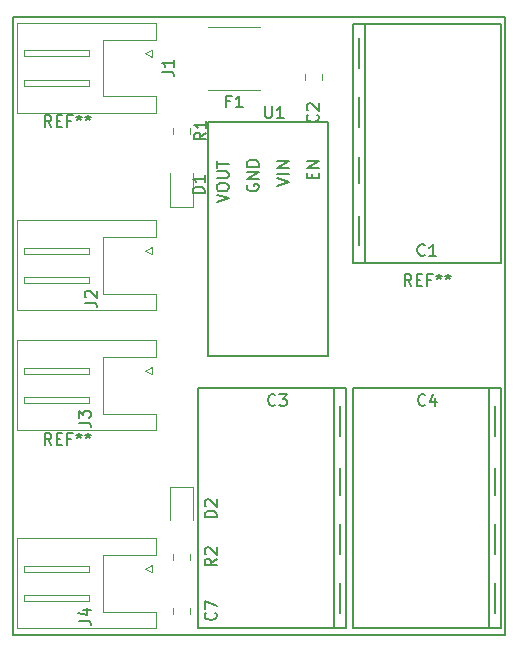
<source format=gto>
%TF.GenerationSoftware,KiCad,Pcbnew,5.0.2+dfsg1-1*%
%TF.CreationDate,2022-03-26T23:48:13+09:00*%
%TF.ProjectId,tablet-psu,7461626c-6574-42d7-9073-752e6b696361,rev?*%
%TF.SameCoordinates,Original*%
%TF.FileFunction,Legend,Top*%
%TF.FilePolarity,Positive*%
%FSLAX46Y46*%
G04 Gerber Fmt 4.6, Leading zero omitted, Abs format (unit mm)*
G04 Created by KiCad (PCBNEW 5.0.2+dfsg1-1) date Sat 26 Mar 2022 11:48:13 PM JST*
%MOMM*%
%LPD*%
G01*
G04 APERTURE LIST*
%ADD10C,0.150000*%
%ADD11C,0.120000*%
G04 APERTURE END LIST*
D10*
X138176000Y-70104000D02*
X138176000Y-122428000D01*
X96520000Y-70104000D02*
X138176000Y-70104000D01*
X96520000Y-122428000D02*
X138176000Y-122428000D01*
X96520000Y-70104000D02*
X96520000Y-122428000D01*
D11*
X121210000Y-75454252D02*
X121210000Y-74931748D01*
X122630000Y-75454252D02*
X122630000Y-74931748D01*
X109784000Y-83337000D02*
X109784000Y-86197000D01*
X109784000Y-86197000D02*
X111704000Y-86197000D01*
X111704000Y-86197000D02*
X111704000Y-83337000D01*
X109784000Y-109900000D02*
X109784000Y-112760000D01*
X111704000Y-109900000D02*
X109784000Y-109900000D01*
X111704000Y-112760000D02*
X111704000Y-109900000D01*
X117438752Y-76330000D02*
X113031248Y-76330000D01*
X117438752Y-70990000D02*
X113031248Y-70990000D01*
X108272000Y-73492000D02*
X107672000Y-73192000D01*
X108272000Y-72892000D02*
X108272000Y-73492000D01*
X107672000Y-73192000D02*
X108272000Y-72892000D01*
X102972000Y-75942000D02*
X102972000Y-75442000D01*
X97472000Y-75942000D02*
X102972000Y-75942000D01*
X97472000Y-75442000D02*
X97472000Y-75942000D01*
X102972000Y-75442000D02*
X97472000Y-75442000D01*
X102972000Y-73442000D02*
X102972000Y-72942000D01*
X97472000Y-73442000D02*
X102972000Y-73442000D01*
X97472000Y-72942000D02*
X97472000Y-73442000D01*
X102972000Y-72942000D02*
X97472000Y-72942000D01*
X104082000Y-76832000D02*
X104082000Y-74442000D01*
X108582000Y-76832000D02*
X104082000Y-76832000D01*
X108582000Y-78252000D02*
X108582000Y-76832000D01*
X96862000Y-78252000D02*
X108582000Y-78252000D01*
X96862000Y-74442000D02*
X96862000Y-78252000D01*
X104082000Y-72052000D02*
X104082000Y-74442000D01*
X108582000Y-72052000D02*
X104082000Y-72052000D01*
X108582000Y-70632000D02*
X108582000Y-72052000D01*
X96862000Y-70632000D02*
X108582000Y-70632000D01*
X96862000Y-74442000D02*
X96862000Y-70632000D01*
X96862000Y-91166000D02*
X96862000Y-87356000D01*
X96862000Y-87356000D02*
X108582000Y-87356000D01*
X108582000Y-87356000D02*
X108582000Y-88776000D01*
X108582000Y-88776000D02*
X104082000Y-88776000D01*
X104082000Y-88776000D02*
X104082000Y-91166000D01*
X96862000Y-91166000D02*
X96862000Y-94976000D01*
X96862000Y-94976000D02*
X108582000Y-94976000D01*
X108582000Y-94976000D02*
X108582000Y-93556000D01*
X108582000Y-93556000D02*
X104082000Y-93556000D01*
X104082000Y-93556000D02*
X104082000Y-91166000D01*
X102972000Y-89666000D02*
X97472000Y-89666000D01*
X97472000Y-89666000D02*
X97472000Y-90166000D01*
X97472000Y-90166000D02*
X102972000Y-90166000D01*
X102972000Y-90166000D02*
X102972000Y-89666000D01*
X102972000Y-92166000D02*
X97472000Y-92166000D01*
X97472000Y-92166000D02*
X97472000Y-92666000D01*
X97472000Y-92666000D02*
X102972000Y-92666000D01*
X102972000Y-92666000D02*
X102972000Y-92166000D01*
X107672000Y-89916000D02*
X108272000Y-89616000D01*
X108272000Y-89616000D02*
X108272000Y-90216000D01*
X108272000Y-90216000D02*
X107672000Y-89916000D01*
X108272000Y-100376000D02*
X107672000Y-100076000D01*
X108272000Y-99776000D02*
X108272000Y-100376000D01*
X107672000Y-100076000D02*
X108272000Y-99776000D01*
X102972000Y-102826000D02*
X102972000Y-102326000D01*
X97472000Y-102826000D02*
X102972000Y-102826000D01*
X97472000Y-102326000D02*
X97472000Y-102826000D01*
X102972000Y-102326000D02*
X97472000Y-102326000D01*
X102972000Y-100326000D02*
X102972000Y-99826000D01*
X97472000Y-100326000D02*
X102972000Y-100326000D01*
X97472000Y-99826000D02*
X97472000Y-100326000D01*
X102972000Y-99826000D02*
X97472000Y-99826000D01*
X104082000Y-103716000D02*
X104082000Y-101326000D01*
X108582000Y-103716000D02*
X104082000Y-103716000D01*
X108582000Y-105136000D02*
X108582000Y-103716000D01*
X96862000Y-105136000D02*
X108582000Y-105136000D01*
X96862000Y-101326000D02*
X96862000Y-105136000D01*
X104082000Y-98936000D02*
X104082000Y-101326000D01*
X108582000Y-98936000D02*
X104082000Y-98936000D01*
X108582000Y-97516000D02*
X108582000Y-98936000D01*
X96862000Y-97516000D02*
X108582000Y-97516000D01*
X96862000Y-101326000D02*
X96862000Y-97516000D01*
X96862000Y-118090000D02*
X96862000Y-114280000D01*
X96862000Y-114280000D02*
X108582000Y-114280000D01*
X108582000Y-114280000D02*
X108582000Y-115700000D01*
X108582000Y-115700000D02*
X104082000Y-115700000D01*
X104082000Y-115700000D02*
X104082000Y-118090000D01*
X96862000Y-118090000D02*
X96862000Y-121900000D01*
X96862000Y-121900000D02*
X108582000Y-121900000D01*
X108582000Y-121900000D02*
X108582000Y-120480000D01*
X108582000Y-120480000D02*
X104082000Y-120480000D01*
X104082000Y-120480000D02*
X104082000Y-118090000D01*
X102972000Y-116590000D02*
X97472000Y-116590000D01*
X97472000Y-116590000D02*
X97472000Y-117090000D01*
X97472000Y-117090000D02*
X102972000Y-117090000D01*
X102972000Y-117090000D02*
X102972000Y-116590000D01*
X102972000Y-119090000D02*
X97472000Y-119090000D01*
X97472000Y-119090000D02*
X97472000Y-119590000D01*
X97472000Y-119590000D02*
X102972000Y-119590000D01*
X102972000Y-119590000D02*
X102972000Y-119090000D01*
X107672000Y-116840000D02*
X108272000Y-116540000D01*
X108272000Y-116540000D02*
X108272000Y-117140000D01*
X108272000Y-117140000D02*
X107672000Y-116840000D01*
X111454000Y-79503748D02*
X111454000Y-80026252D01*
X110034000Y-79503748D02*
X110034000Y-80026252D01*
X110034000Y-115562748D02*
X110034000Y-116085252D01*
X111454000Y-115562748D02*
X111454000Y-116085252D01*
D10*
X123190000Y-98806000D02*
X113030000Y-98806000D01*
X123190000Y-78994000D02*
X123190000Y-98806000D01*
X113030000Y-78994000D02*
X113030000Y-98806000D01*
X123190000Y-78994000D02*
X113030000Y-78994000D01*
X126282000Y-70698000D02*
X126282000Y-90948000D01*
X125782000Y-86948000D02*
X125782000Y-89448000D01*
X125782000Y-81948000D02*
X125782000Y-84198000D01*
X125782000Y-76948000D02*
X125782000Y-79448000D01*
X125782000Y-71948000D02*
X125782000Y-74448000D01*
X125282000Y-70698000D02*
X137782000Y-70698000D01*
X137782000Y-90948000D02*
X137782000Y-70698000D01*
X125282000Y-90948000D02*
X125282000Y-70698000D01*
X125282000Y-90948000D02*
X137782000Y-90948000D01*
X123654000Y-121834000D02*
X123654000Y-101584000D01*
X124154000Y-105584000D02*
X124154000Y-103084000D01*
X124154000Y-110584000D02*
X124154000Y-108334000D01*
X124154000Y-115584000D02*
X124154000Y-113084000D01*
X124154000Y-120584000D02*
X124154000Y-118084000D01*
X124654000Y-121834000D02*
X112154000Y-121834000D01*
X112154000Y-101584000D02*
X112154000Y-121834000D01*
X124654000Y-101584000D02*
X124654000Y-121834000D01*
X124654000Y-101584000D02*
X112154000Y-101584000D01*
X137782000Y-101584000D02*
X125282000Y-101584000D01*
X137782000Y-101584000D02*
X137782000Y-121834000D01*
X125282000Y-101584000D02*
X125282000Y-121834000D01*
X137782000Y-121834000D02*
X125282000Y-121834000D01*
X137282000Y-120584000D02*
X137282000Y-118084000D01*
X137282000Y-115584000D02*
X137282000Y-113084000D01*
X137282000Y-110584000D02*
X137282000Y-108334000D01*
X137282000Y-105584000D02*
X137282000Y-103084000D01*
X136782000Y-121834000D02*
X136782000Y-101584000D01*
D11*
X111454000Y-120134748D02*
X111454000Y-120657252D01*
X110034000Y-120134748D02*
X110034000Y-120657252D01*
D10*
X122277142Y-78407666D02*
X122324761Y-78455285D01*
X122372380Y-78598142D01*
X122372380Y-78693380D01*
X122324761Y-78836238D01*
X122229523Y-78931476D01*
X122134285Y-78979095D01*
X121943809Y-79026714D01*
X121800952Y-79026714D01*
X121610476Y-78979095D01*
X121515238Y-78931476D01*
X121420000Y-78836238D01*
X121372380Y-78693380D01*
X121372380Y-78598142D01*
X121420000Y-78455285D01*
X121467619Y-78407666D01*
X121467619Y-78026714D02*
X121420000Y-77979095D01*
X121372380Y-77883857D01*
X121372380Y-77645761D01*
X121420000Y-77550523D01*
X121467619Y-77502904D01*
X121562857Y-77455285D01*
X121658095Y-77455285D01*
X121800952Y-77502904D01*
X122372380Y-78074333D01*
X122372380Y-77455285D01*
X112720380Y-85075095D02*
X111720380Y-85075095D01*
X111720380Y-84837000D01*
X111768000Y-84694142D01*
X111863238Y-84598904D01*
X111958476Y-84551285D01*
X112148952Y-84503666D01*
X112291809Y-84503666D01*
X112482285Y-84551285D01*
X112577523Y-84598904D01*
X112672761Y-84694142D01*
X112720380Y-84837000D01*
X112720380Y-85075095D01*
X112720380Y-83551285D02*
X112720380Y-84122714D01*
X112720380Y-83837000D02*
X111720380Y-83837000D01*
X111863238Y-83932238D01*
X111958476Y-84027476D01*
X112006095Y-84122714D01*
X113736380Y-112498095D02*
X112736380Y-112498095D01*
X112736380Y-112260000D01*
X112784000Y-112117142D01*
X112879238Y-112021904D01*
X112974476Y-111974285D01*
X113164952Y-111926666D01*
X113307809Y-111926666D01*
X113498285Y-111974285D01*
X113593523Y-112021904D01*
X113688761Y-112117142D01*
X113736380Y-112260000D01*
X113736380Y-112498095D01*
X112831619Y-111545714D02*
X112784000Y-111498095D01*
X112736380Y-111402857D01*
X112736380Y-111164761D01*
X112784000Y-111069523D01*
X112831619Y-111021904D01*
X112926857Y-110974285D01*
X113022095Y-110974285D01*
X113164952Y-111021904D01*
X113736380Y-111593333D01*
X113736380Y-110974285D01*
X114901666Y-77268571D02*
X114568333Y-77268571D01*
X114568333Y-77792380D02*
X114568333Y-76792380D01*
X115044523Y-76792380D01*
X115949285Y-77792380D02*
X115377857Y-77792380D01*
X115663571Y-77792380D02*
X115663571Y-76792380D01*
X115568333Y-76935238D01*
X115473095Y-77030476D01*
X115377857Y-77078095D01*
X109124380Y-74775333D02*
X109838666Y-74775333D01*
X109981523Y-74822952D01*
X110076761Y-74918190D01*
X110124380Y-75061047D01*
X110124380Y-75156285D01*
X110124380Y-73775333D02*
X110124380Y-74346761D01*
X110124380Y-74061047D02*
X109124380Y-74061047D01*
X109267238Y-74156285D01*
X109362476Y-74251523D01*
X109410095Y-74346761D01*
X102576380Y-94313333D02*
X103290666Y-94313333D01*
X103433523Y-94360952D01*
X103528761Y-94456190D01*
X103576380Y-94599047D01*
X103576380Y-94694285D01*
X102671619Y-93884761D02*
X102624000Y-93837142D01*
X102576380Y-93741904D01*
X102576380Y-93503809D01*
X102624000Y-93408571D01*
X102671619Y-93360952D01*
X102766857Y-93313333D01*
X102862095Y-93313333D01*
X103004952Y-93360952D01*
X103576380Y-93932380D01*
X103576380Y-93313333D01*
X102068380Y-104473333D02*
X102782666Y-104473333D01*
X102925523Y-104520952D01*
X103020761Y-104616190D01*
X103068380Y-104759047D01*
X103068380Y-104854285D01*
X102068380Y-104092380D02*
X102068380Y-103473333D01*
X102449333Y-103806666D01*
X102449333Y-103663809D01*
X102496952Y-103568571D01*
X102544571Y-103520952D01*
X102639809Y-103473333D01*
X102877904Y-103473333D01*
X102973142Y-103520952D01*
X103020761Y-103568571D01*
X103068380Y-103663809D01*
X103068380Y-103949523D01*
X103020761Y-104044761D01*
X102973142Y-104092380D01*
X102068380Y-121237333D02*
X102782666Y-121237333D01*
X102925523Y-121284952D01*
X103020761Y-121380190D01*
X103068380Y-121523047D01*
X103068380Y-121618285D01*
X102401714Y-120332571D02*
X103068380Y-120332571D01*
X102020761Y-120570666D02*
X102735047Y-120808761D01*
X102735047Y-120189714D01*
X112846380Y-79931666D02*
X112370190Y-80265000D01*
X112846380Y-80503095D02*
X111846380Y-80503095D01*
X111846380Y-80122142D01*
X111894000Y-80026904D01*
X111941619Y-79979285D01*
X112036857Y-79931666D01*
X112179714Y-79931666D01*
X112274952Y-79979285D01*
X112322571Y-80026904D01*
X112370190Y-80122142D01*
X112370190Y-80503095D01*
X112846380Y-78979285D02*
X112846380Y-79550714D01*
X112846380Y-79265000D02*
X111846380Y-79265000D01*
X111989238Y-79360238D01*
X112084476Y-79455476D01*
X112132095Y-79550714D01*
X113736380Y-115990666D02*
X113260190Y-116324000D01*
X113736380Y-116562095D02*
X112736380Y-116562095D01*
X112736380Y-116181142D01*
X112784000Y-116085904D01*
X112831619Y-116038285D01*
X112926857Y-115990666D01*
X113069714Y-115990666D01*
X113164952Y-116038285D01*
X113212571Y-116085904D01*
X113260190Y-116181142D01*
X113260190Y-116562095D01*
X112831619Y-115609714D02*
X112784000Y-115562095D01*
X112736380Y-115466857D01*
X112736380Y-115228761D01*
X112784000Y-115133523D01*
X112831619Y-115085904D01*
X112926857Y-115038285D01*
X113022095Y-115038285D01*
X113164952Y-115085904D01*
X113736380Y-115657333D01*
X113736380Y-115038285D01*
X117856095Y-77684380D02*
X117856095Y-78493904D01*
X117903714Y-78589142D01*
X117951333Y-78636761D01*
X118046571Y-78684380D01*
X118237047Y-78684380D01*
X118332285Y-78636761D01*
X118379904Y-78589142D01*
X118427523Y-78493904D01*
X118427523Y-77684380D01*
X119427523Y-78684380D02*
X118856095Y-78684380D01*
X119141809Y-78684380D02*
X119141809Y-77684380D01*
X119046571Y-77827238D01*
X118951333Y-77922476D01*
X118856095Y-77970095D01*
X113752380Y-85835904D02*
X114752380Y-85502571D01*
X113752380Y-85169238D01*
X113752380Y-84645428D02*
X113752380Y-84454952D01*
X113800000Y-84359714D01*
X113895238Y-84264476D01*
X114085714Y-84216857D01*
X114419047Y-84216857D01*
X114609523Y-84264476D01*
X114704761Y-84359714D01*
X114752380Y-84454952D01*
X114752380Y-84645428D01*
X114704761Y-84740666D01*
X114609523Y-84835904D01*
X114419047Y-84883523D01*
X114085714Y-84883523D01*
X113895238Y-84835904D01*
X113800000Y-84740666D01*
X113752380Y-84645428D01*
X113752380Y-83788285D02*
X114561904Y-83788285D01*
X114657142Y-83740666D01*
X114704761Y-83693047D01*
X114752380Y-83597809D01*
X114752380Y-83407333D01*
X114704761Y-83312095D01*
X114657142Y-83264476D01*
X114561904Y-83216857D01*
X113752380Y-83216857D01*
X113752380Y-82883523D02*
X113752380Y-82312095D01*
X114752380Y-82597809D02*
X113752380Y-82597809D01*
X116340000Y-84327904D02*
X116292380Y-84423142D01*
X116292380Y-84566000D01*
X116340000Y-84708857D01*
X116435238Y-84804095D01*
X116530476Y-84851714D01*
X116720952Y-84899333D01*
X116863809Y-84899333D01*
X117054285Y-84851714D01*
X117149523Y-84804095D01*
X117244761Y-84708857D01*
X117292380Y-84566000D01*
X117292380Y-84470761D01*
X117244761Y-84327904D01*
X117197142Y-84280285D01*
X116863809Y-84280285D01*
X116863809Y-84470761D01*
X117292380Y-83851714D02*
X116292380Y-83851714D01*
X117292380Y-83280285D01*
X116292380Y-83280285D01*
X117292380Y-82804095D02*
X116292380Y-82804095D01*
X116292380Y-82566000D01*
X116340000Y-82423142D01*
X116435238Y-82327904D01*
X116530476Y-82280285D01*
X116720952Y-82232666D01*
X116863809Y-82232666D01*
X117054285Y-82280285D01*
X117149523Y-82327904D01*
X117244761Y-82423142D01*
X117292380Y-82566000D01*
X117292380Y-82804095D01*
X118832380Y-84407238D02*
X119832380Y-84073904D01*
X118832380Y-83740571D01*
X119832380Y-83407238D02*
X118832380Y-83407238D01*
X119832380Y-82931047D02*
X118832380Y-82931047D01*
X119832380Y-82359619D01*
X118832380Y-82359619D01*
X121848571Y-83796095D02*
X121848571Y-83462761D01*
X122372380Y-83319904D02*
X122372380Y-83796095D01*
X121372380Y-83796095D01*
X121372380Y-83319904D01*
X122372380Y-82891333D02*
X121372380Y-82891333D01*
X122372380Y-82319904D01*
X121372380Y-82319904D01*
X131365333Y-90273142D02*
X131317714Y-90320761D01*
X131174857Y-90368380D01*
X131079619Y-90368380D01*
X130936761Y-90320761D01*
X130841523Y-90225523D01*
X130793904Y-90130285D01*
X130746285Y-89939809D01*
X130746285Y-89796952D01*
X130793904Y-89606476D01*
X130841523Y-89511238D01*
X130936761Y-89416000D01*
X131079619Y-89368380D01*
X131174857Y-89368380D01*
X131317714Y-89416000D01*
X131365333Y-89463619D01*
X132317714Y-90368380D02*
X131746285Y-90368380D01*
X132032000Y-90368380D02*
X132032000Y-89368380D01*
X131936761Y-89511238D01*
X131841523Y-89606476D01*
X131746285Y-89654095D01*
X118705333Y-102973142D02*
X118657714Y-103020761D01*
X118514857Y-103068380D01*
X118419619Y-103068380D01*
X118276761Y-103020761D01*
X118181523Y-102925523D01*
X118133904Y-102830285D01*
X118086285Y-102639809D01*
X118086285Y-102496952D01*
X118133904Y-102306476D01*
X118181523Y-102211238D01*
X118276761Y-102116000D01*
X118419619Y-102068380D01*
X118514857Y-102068380D01*
X118657714Y-102116000D01*
X118705333Y-102163619D01*
X119038666Y-102068380D02*
X119657714Y-102068380D01*
X119324380Y-102449333D01*
X119467238Y-102449333D01*
X119562476Y-102496952D01*
X119610095Y-102544571D01*
X119657714Y-102639809D01*
X119657714Y-102877904D01*
X119610095Y-102973142D01*
X119562476Y-103020761D01*
X119467238Y-103068380D01*
X119181523Y-103068380D01*
X119086285Y-103020761D01*
X119038666Y-102973142D01*
X131405333Y-102973142D02*
X131357714Y-103020761D01*
X131214857Y-103068380D01*
X131119619Y-103068380D01*
X130976761Y-103020761D01*
X130881523Y-102925523D01*
X130833904Y-102830285D01*
X130786285Y-102639809D01*
X130786285Y-102496952D01*
X130833904Y-102306476D01*
X130881523Y-102211238D01*
X130976761Y-102116000D01*
X131119619Y-102068380D01*
X131214857Y-102068380D01*
X131357714Y-102116000D01*
X131405333Y-102163619D01*
X132262476Y-102401714D02*
X132262476Y-103068380D01*
X132024380Y-102020761D02*
X131786285Y-102735047D01*
X132405333Y-102735047D01*
X113641142Y-120562666D02*
X113688761Y-120610285D01*
X113736380Y-120753142D01*
X113736380Y-120848380D01*
X113688761Y-120991238D01*
X113593523Y-121086476D01*
X113498285Y-121134095D01*
X113307809Y-121181714D01*
X113164952Y-121181714D01*
X112974476Y-121134095D01*
X112879238Y-121086476D01*
X112784000Y-120991238D01*
X112736380Y-120848380D01*
X112736380Y-120753142D01*
X112784000Y-120610285D01*
X112831619Y-120562666D01*
X112736380Y-120229333D02*
X112736380Y-119562666D01*
X113736380Y-119991238D01*
X99758666Y-79456380D02*
X99425333Y-78980190D01*
X99187238Y-79456380D02*
X99187238Y-78456380D01*
X99568190Y-78456380D01*
X99663428Y-78504000D01*
X99711047Y-78551619D01*
X99758666Y-78646857D01*
X99758666Y-78789714D01*
X99711047Y-78884952D01*
X99663428Y-78932571D01*
X99568190Y-78980190D01*
X99187238Y-78980190D01*
X100187238Y-78932571D02*
X100520571Y-78932571D01*
X100663428Y-79456380D02*
X100187238Y-79456380D01*
X100187238Y-78456380D01*
X100663428Y-78456380D01*
X101425333Y-78932571D02*
X101092000Y-78932571D01*
X101092000Y-79456380D02*
X101092000Y-78456380D01*
X101568190Y-78456380D01*
X102092000Y-78456380D02*
X102092000Y-78694476D01*
X101853904Y-78599238D02*
X102092000Y-78694476D01*
X102330095Y-78599238D01*
X101949142Y-78884952D02*
X102092000Y-78694476D01*
X102234857Y-78884952D01*
X102853904Y-78456380D02*
X102853904Y-78694476D01*
X102615809Y-78599238D02*
X102853904Y-78694476D01*
X103092000Y-78599238D01*
X102711047Y-78884952D02*
X102853904Y-78694476D01*
X102996761Y-78884952D01*
X99758666Y-106380380D02*
X99425333Y-105904190D01*
X99187238Y-106380380D02*
X99187238Y-105380380D01*
X99568190Y-105380380D01*
X99663428Y-105428000D01*
X99711047Y-105475619D01*
X99758666Y-105570857D01*
X99758666Y-105713714D01*
X99711047Y-105808952D01*
X99663428Y-105856571D01*
X99568190Y-105904190D01*
X99187238Y-105904190D01*
X100187238Y-105856571D02*
X100520571Y-105856571D01*
X100663428Y-106380380D02*
X100187238Y-106380380D01*
X100187238Y-105380380D01*
X100663428Y-105380380D01*
X101425333Y-105856571D02*
X101092000Y-105856571D01*
X101092000Y-106380380D02*
X101092000Y-105380380D01*
X101568190Y-105380380D01*
X102092000Y-105380380D02*
X102092000Y-105618476D01*
X101853904Y-105523238D02*
X102092000Y-105618476D01*
X102330095Y-105523238D01*
X101949142Y-105808952D02*
X102092000Y-105618476D01*
X102234857Y-105808952D01*
X102853904Y-105380380D02*
X102853904Y-105618476D01*
X102615809Y-105523238D02*
X102853904Y-105618476D01*
X103092000Y-105523238D01*
X102711047Y-105808952D02*
X102853904Y-105618476D01*
X102996761Y-105808952D01*
X130238666Y-92918380D02*
X129905333Y-92442190D01*
X129667238Y-92918380D02*
X129667238Y-91918380D01*
X130048190Y-91918380D01*
X130143428Y-91966000D01*
X130191047Y-92013619D01*
X130238666Y-92108857D01*
X130238666Y-92251714D01*
X130191047Y-92346952D01*
X130143428Y-92394571D01*
X130048190Y-92442190D01*
X129667238Y-92442190D01*
X130667238Y-92394571D02*
X131000571Y-92394571D01*
X131143428Y-92918380D02*
X130667238Y-92918380D01*
X130667238Y-91918380D01*
X131143428Y-91918380D01*
X131905333Y-92394571D02*
X131572000Y-92394571D01*
X131572000Y-92918380D02*
X131572000Y-91918380D01*
X132048190Y-91918380D01*
X132572000Y-91918380D02*
X132572000Y-92156476D01*
X132333904Y-92061238D02*
X132572000Y-92156476D01*
X132810095Y-92061238D01*
X132429142Y-92346952D02*
X132572000Y-92156476D01*
X132714857Y-92346952D01*
X133333904Y-91918380D02*
X133333904Y-92156476D01*
X133095809Y-92061238D02*
X133333904Y-92156476D01*
X133572000Y-92061238D01*
X133191047Y-92346952D02*
X133333904Y-92156476D01*
X133476761Y-92346952D01*
M02*

</source>
